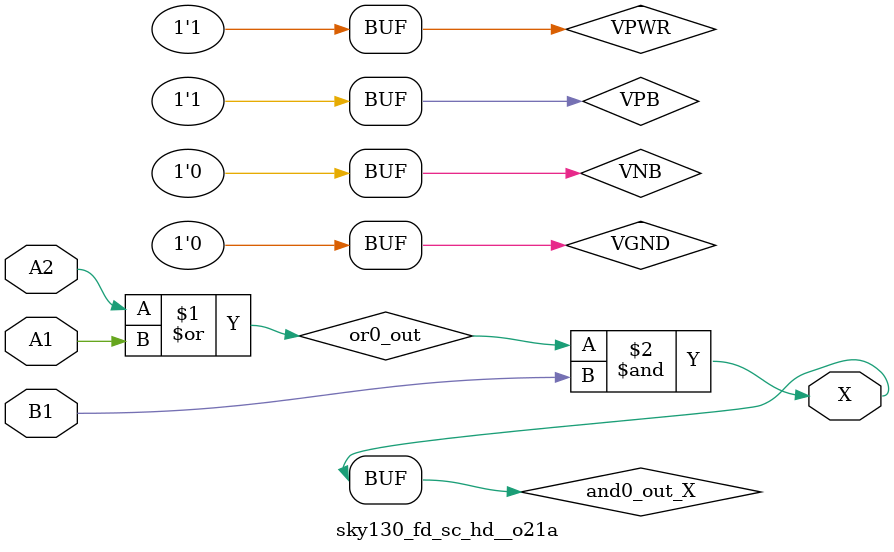
<source format=v>
/*
 * Copyright 2020 The SkyWater PDK Authors
 *
 * Licensed under the Apache License, Version 2.0 (the "License");
 * you may not use this file except in compliance with the License.
 * You may obtain a copy of the License at
 *
 *     https://www.apache.org/licenses/LICENSE-2.0
 *
 * Unless required by applicable law or agreed to in writing, software
 * distributed under the License is distributed on an "AS IS" BASIS,
 * WITHOUT WARRANTIES OR CONDITIONS OF ANY KIND, either express or implied.
 * See the License for the specific language governing permissions and
 * limitations under the License.
 *
 * SPDX-License-Identifier: Apache-2.0
*/


`ifndef SKY130_FD_SC_HD__O21A_BEHAVIORAL_V
`define SKY130_FD_SC_HD__O21A_BEHAVIORAL_V

/**
 * o21a: 2-input OR into first input of 2-input AND.
 *
 *       X = ((A1 | A2) & B1)
 *
 * Verilog simulation functional model.
 */

`timescale 1ns / 1ps
`default_nettype none

`celldefine
module sky130_fd_sc_hd__o21a (
    X ,
    A1,
    A2,
    B1
);

    // Module ports
    output X ;
    input  A1;
    input  A2;
    input  B1;

    // Module supplies
    supply1 VPWR;
    supply0 VGND;
    supply1 VPB ;
    supply0 VNB ;

    // Local signals
    wire or0_out   ;
    wire and0_out_X;

    //  Name  Output      Other arguments
    or  or0  (or0_out   , A2, A1         );
    and and0 (and0_out_X, or0_out, B1    );
    buf buf0 (X         , and0_out_X     );

endmodule
`endcelldefine

`default_nettype wire
`endif  // SKY130_FD_SC_HD__O21A_BEHAVIORAL_V
</source>
